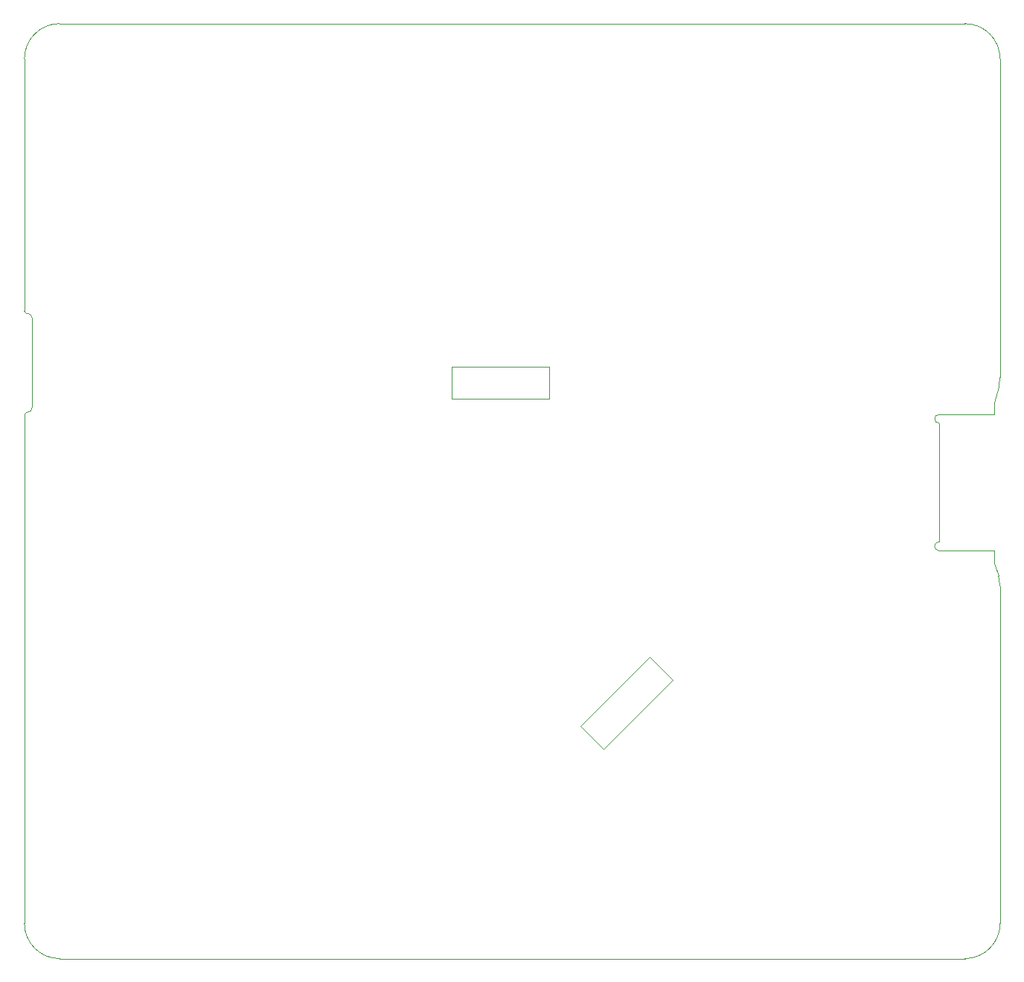
<source format=gbr>
%TF.GenerationSoftware,KiCad,Pcbnew,7.0.2-6a45011f42~172~ubuntu22.10.1*%
%TF.CreationDate,2023-07-15T13:04:22-07:00*%
%TF.ProjectId,expansionboardA,65787061-6e73-4696-9f6e-626f61726441,3*%
%TF.SameCoordinates,Original*%
%TF.FileFunction,Profile,NP*%
%FSLAX46Y46*%
G04 Gerber Fmt 4.6, Leading zero omitted, Abs format (unit mm)*
G04 Created by KiCad (PCBNEW 7.0.2-6a45011f42~172~ubuntu22.10.1) date 2023-07-15 13:04:22*
%MOMM*%
%LPD*%
G01*
G04 APERTURE LIST*
%TA.AperFunction,Profile*%
%ADD10C,0.010000*%
%TD*%
G04 APERTURE END LIST*
D10*
X133095986Y-82147115D02*
G75*
G03*
X132912359Y-80949034I-4000186J15D01*
G01*
X22298000Y-62357000D02*
G75*
G03*
X22098000Y-62557000I0J-200000D01*
G01*
X26098000Y-124508000D02*
X129096000Y-124508000D01*
X81788000Y-60833000D02*
X70739000Y-60833000D01*
X70739000Y-57150000D01*
X81788000Y-57150000D01*
X81788000Y-60833000D01*
X133096000Y-22100000D02*
G75*
G03*
X129096000Y-18100000I-4000000J0D01*
G01*
X22298000Y-51054000D02*
X22387000Y-51054000D01*
X22098000Y-50854000D02*
G75*
G03*
X22298000Y-51054000I200000J0D01*
G01*
X133096000Y-120508000D02*
X133096000Y-82147115D01*
X22387000Y-62357000D02*
G75*
G03*
X22987000Y-61757000I0J600000D01*
G01*
X22987000Y-51654000D02*
X22987000Y-61757000D01*
X22098000Y-120508000D02*
G75*
G03*
X26098000Y-124508000I4000000J0D01*
G01*
X22987000Y-51654000D02*
G75*
G03*
X22387000Y-51054000I-600000J0D01*
G01*
X95885000Y-92837000D02*
X88011000Y-100711000D01*
X85344000Y-98044000D01*
X93218000Y-90170000D01*
X95885000Y-92837000D01*
X26098000Y-18100000D02*
G75*
G03*
X22098000Y-22100000I0J-4000000D01*
G01*
X132942182Y-59466540D02*
G75*
G03*
X133096000Y-58367925I-3846582J1098640D01*
G01*
X129096000Y-124508000D02*
G75*
G03*
X133096000Y-120508000I0J4000000D01*
G01*
X129096000Y-18100000D02*
X26098000Y-18100000D01*
X22098000Y-22100000D02*
X22098000Y-50854000D01*
X133096000Y-58367925D02*
X133096000Y-22100000D01*
X132452000Y-61182600D02*
X132942173Y-59466537D01*
X22298000Y-62357000D02*
X22387000Y-62357000D01*
X22098000Y-62557000D02*
X22098000Y-120508000D01*
X132912360Y-80949034D02*
X132452000Y-79482600D01*
%TO.C,J3*%
X132452000Y-62582600D02*
X132452000Y-61182600D01*
X132452000Y-62582600D02*
X126152000Y-62582600D01*
X126152000Y-63582600D02*
X126152000Y-77082600D01*
X132452000Y-78082600D02*
X132452000Y-79482600D01*
X126152000Y-78082600D02*
X132452000Y-78082600D01*
X126152000Y-62582600D02*
G75*
G03*
X126152000Y-63582600I0J-500000D01*
G01*
X126152000Y-77082600D02*
G75*
G03*
X126152000Y-78082600I0J-500000D01*
G01*
%TD*%
M02*

</source>
